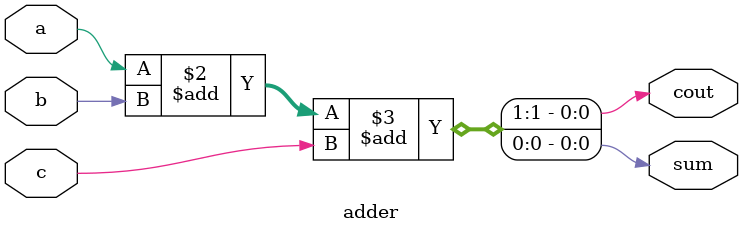
<source format=v>
module lookAheadCarryAdder #(parameter N = 32)(
  input [N-1:0] a, b,
  input c_in,
  output [N-1:0] sum,
  output c_out
);

  wire [N:0] C;
  wire [N-1:0] G, P, SUM;

  assign C[0] = c_in;

  genvar i;
  generate
    for (i = 0; i < N; i = i + 1) begin : l1
      adder a1 (
        .a(a[i]),
        .b(b[i]),
        .c(C[i]),
        .sum(SUM[i]),
        .cout()
      );
    end
  endgenerate

  genvar j;
  generate
    for (j = 0; j < N; j = j + 1) begin : l2
      assign G[j] = a[j] & b[j];
      assign P[j] = a[j] ^ b[j];
      assign C[j + 1] = G[j] | (P[j] & C[j]);
    end
  endgenerate

  assign sum = SUM;
  assign c_out = C[N];

endmodule

module adder(
  input a, b, c,
  output reg sum, cout
);

  always @(*) begin
    {cout, sum} = a + b + c;
  end

endmodule

</source>
